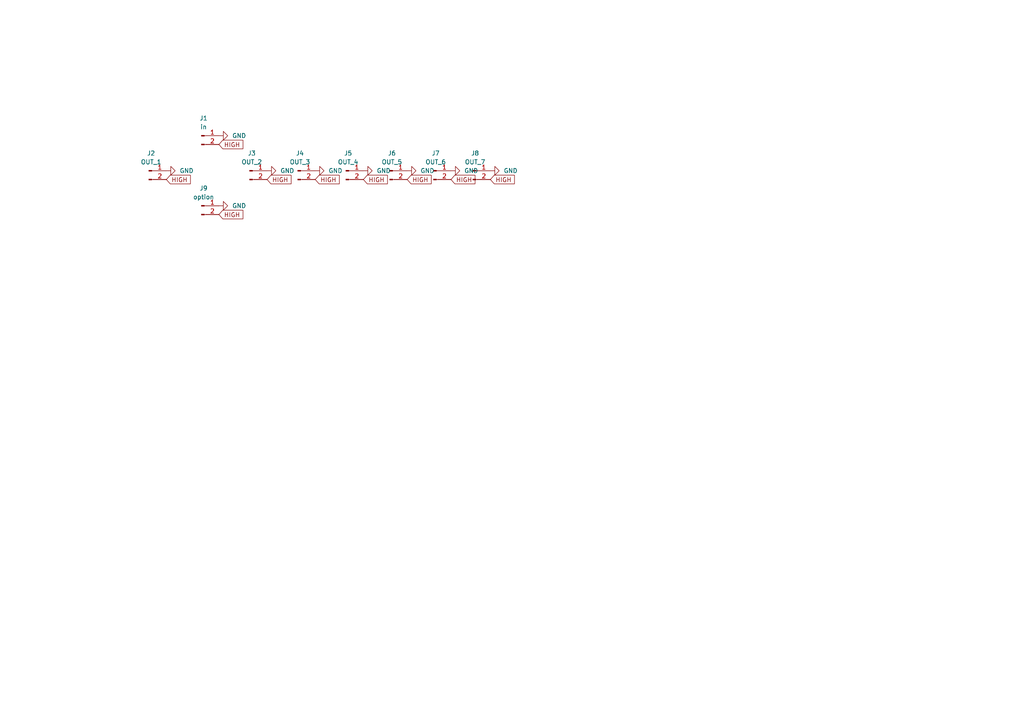
<source format=kicad_sch>
(kicad_sch (version 20231120) (generator "eeschema") (generator_version "8.0")
  (paper "A4")
  (lib_symbols
    (symbol "Connector:Conn_01x02_Pin" (pin_names (offset 1.016) hide)
      (property "Reference" "J" (at 0 2.54 0))
      (property "Value" "Conn_01x02_Pin" (at 0 -5.08 0))
      (symbol "Conn_01x02_Pin_1_1"
        (polyline (pts (xy 1.27 -2.54) (xy 0.8636 -2.54)) (stroke (width 0.1524)))
        (polyline (pts (xy 1.27 0) (xy 0.8636 0)) (stroke (width 0.1524)))
        (rectangle (start 0.8636 -2.413) (end 0 -2.667) (stroke (width 0.1524)) (fill (type outline)))
        (rectangle (start 0.8636 0.127) (end 0 -0.127) (stroke (width 0.1524)) (fill (type outline)))
        (pin passive line (at 5.08 0 180) (length 3.81) (name "Pin_1") (number "1"))
        (pin passive line (at 5.08 -2.54 180) (length 3.81) (name "Pin_2") (number "2"))
      )
    )
    (symbol "power:GND" (power) (pin_numbers hide) (pin_names (offset 0) hide)
      (property "Value" "GND" (at 0 -3.81 0))
      (symbol "GND_0_1"
        (polyline (pts (xy 0 0) (xy 0 -1.27) (xy 1.27 -1.27) (xy 0 -2.54) (xy -1.27 -1.27) (xy 0 -1.27)))
      )
      (symbol "GND_1_1"
        (pin power_in line (at 0 0 270) (length 0) (name "~") (number "1"))
      )
    )
  )
  (global_label "HIGH" (shape input) (at 48.26 52.07 0) (property "Intersheetrefs" "${INTERSHEET_REFS}" (effects (hide yes))))
  (global_label "HIGH" (shape input) (at 142.24 52.07 0) (property "Intersheetrefs" "${INTERSHEET_REFS}" (effects (hide yes))))
  (global_label "HIGH" (shape input) (at 77.47 52.07 0) (property "Intersheetrefs" "${INTERSHEET_REFS}" (effects (hide yes))))
  (global_label "HIGH" (shape input) (at 105.41 52.07 0) (property "Intersheetrefs" "${INTERSHEET_REFS}" (effects (hide yes))))
  (global_label "HIGH" (shape input) (at 91.44 52.07 0) (property "Intersheetrefs" "${INTERSHEET_REFS}" (effects (hide yes))))
  (global_label "HIGH" (shape input) (at 118.11 52.07 0) (property "Intersheetrefs" "${INTERSHEET_REFS}" (effects (hide yes))))
  (global_label "HIGH" (shape input) (at 63.5 62.23 0) (property "Intersheetrefs" "${INTERSHEET_REFS}" (effects (hide yes))))
  (global_label "HIGH" (shape input) (at 130.81 52.07 0) (property "Intersheetrefs" "${INTERSHEET_REFS}" (effects (hide yes))))
  (global_label "HIGH" (shape input) (at 63.5 41.91 0) (property "Intersheetrefs" "${INTERSHEET_REFS}" (effects (hide yes))))
  (symbol (lib_id "Connector:Conn_01x02_Pin") (at 58.42 39.37 0) (unit 1)
    (property "Reference" "J1" (at 59.055 34.29 0))
    (property "Value" "in" (at 59.055 36.83 0))
    (property "Footprint" "Connector_AMASS:AMASS_XT30PW-M_1x02_P2.50mm_Horizontal" (effects (hide yes)))
    (property "Description" "Generic connector, single row, 01x02, script generated" (effects (hide yes)))
  )
  (symbol (lib_id "Connector:Conn_01x02_Pin") (at 58.42 59.69 0) (unit 1)
    (property "Reference" "J9" (at 59.055 54.61 0))
    (property "Value" "option" (at 59.055 57.15 0))
    (property "Footprint" "Connector_AMASS:AMASS_XT30PW-M_1x02_P2.50mm_Horizontal" (effects (hide yes)))
    (property "Description" "Generic connector, single row, 01x02, script generated" (effects (hide yes)))
  )
  (symbol (lib_id "Connector:Conn_01x02_Pin") (at 137.16 49.53 0) (unit 1)
    (property "Reference" "J8" (at 137.795 44.45 0))
    (property "Value" "OUT_7" (at 137.795 46.99 0))
    (property "Footprint" "Connector_AMASS:AMASS_XT30PW-F_1x02_P2.50mm_Horizontal" (effects (hide yes)))
    (property "Description" "Generic connector, single row, 01x02, script generated" (effects (hide yes)))
  )
  (symbol (lib_id "Connector:Conn_01x02_Pin") (at 86.36 49.53 0) (unit 1)
    (property "Reference" "J4" (at 86.995 44.45 0))
    (property "Value" "OUT_3" (at 86.995 46.99 0))
    (property "Footprint" "Connector_AMASS:AMASS_XT30PW-F_1x02_P2.50mm_Horizontal" (effects (hide yes)))
    (property "Description" "Generic connector, single row, 01x02, script generated" (effects (hide yes)))
  )
  (symbol (lib_id "power:GND") (at 77.47 49.53 90) (unit 1)
    (property "Reference" "#PWR03" (effects (hide yes)))
    (property "Value" "GND" (at 81.28 49.5299 90) (effects (justify right)))
    (property "Description" "Power symbol creates a global label with name \"GND\" , ground" (effects (hide yes)))
  )
  (symbol (lib_id "power:GND") (at 130.81 49.53 90) (unit 1)
    (property "Reference" "#PWR07" (effects (hide yes)))
    (property "Value" "GND" (at 134.62 49.5299 90) (effects (justify right)))
    (property "Description" "Power symbol creates a global label with name \"GND\" , ground" (effects (hide yes)))
  )
  (symbol (lib_id "power:GND") (at 91.44 49.53 90) (unit 1)
    (property "Reference" "#PWR04" (effects (hide yes)))
    (property "Value" "GND" (at 95.25 49.5299 90) (effects (justify right)))
    (property "Description" "Power symbol creates a global label with name \"GND\" , ground" (effects (hide yes)))
  )
  (symbol (lib_id "Connector:Conn_01x02_Pin") (at 72.39 49.53 0) (unit 1)
    (property "Reference" "J3" (at 73.025 44.45 0))
    (property "Value" "OUT_2" (at 73.025 46.99 0))
    (property "Footprint" "Connector_AMASS:AMASS_XT30PW-F_1x02_P2.50mm_Horizontal" (effects (hide yes)))
    (property "Description" "Generic connector, single row, 01x02, script generated" (effects (hide yes)))
  )
  (symbol (lib_id "power:GND") (at 63.5 59.69 90) (unit 1)
    (property "Reference" "#PWR09" (effects (hide yes)))
    (property "Value" "GND" (at 67.31 59.6899 90) (effects (justify right)))
    (property "Description" "Power symbol creates a global label with name \"GND\" , ground" (effects (hide yes)))
  )
  (symbol (lib_id "power:GND") (at 118.11 49.53 90) (unit 1)
    (property "Reference" "#PWR06" (effects (hide yes)))
    (property "Value" "GND" (at 121.92 49.5299 90) (effects (justify right)))
    (property "Description" "Power symbol creates a global label with name \"GND\" , ground" (effects (hide yes)))
  )
  (symbol (lib_id "power:GND") (at 142.24 49.53 90) (unit 1)
    (property "Reference" "#PWR08" (effects (hide yes)))
    (property "Value" "GND" (at 146.05 49.5299 90) (effects (justify right)))
    (property "Description" "Power symbol creates a global label with name \"GND\" , ground" (effects (hide yes)))
  )
  (symbol (lib_id "Connector:Conn_01x02_Pin") (at 100.33 49.53 0) (unit 1)
    (property "Reference" "J5" (at 100.965 44.45 0))
    (property "Value" "OUT_4" (at 100.965 46.99 0))
    (property "Footprint" "Connector_AMASS:AMASS_XT30PW-F_1x02_P2.50mm_Horizontal" (effects (hide yes)))
    (property "Description" "Generic connector, single row, 01x02, script generated" (effects (hide yes)))
  )
  (symbol (lib_id "Connector:Conn_01x02_Pin") (at 125.73 49.53 0) (unit 1)
    (property "Reference" "J7" (at 126.365 44.45 0))
    (property "Value" "OUT_6" (at 126.365 46.99 0))
    (property "Footprint" "Connector_AMASS:AMASS_XT30PW-F_1x02_P2.50mm_Horizontal" (effects (hide yes)))
    (property "Description" "Generic connector, single row, 01x02, script generated" (effects (hide yes)))
  )
  (symbol (lib_id "Connector:Conn_01x02_Pin") (at 113.03 49.53 0) (unit 1)
    (property "Reference" "J6" (at 113.665 44.45 0))
    (property "Value" "OUT_5" (at 113.665 46.99 0))
    (property "Footprint" "Connector_AMASS:AMASS_XT30PW-F_1x02_P2.50mm_Horizontal" (effects (hide yes)))
    (property "Description" "Generic connector, single row, 01x02, script generated" (effects (hide yes)))
  )
  (symbol (lib_id "power:GND") (at 48.26 49.53 90) (unit 1)
    (property "Reference" "#PWR02" (effects (hide yes)))
    (property "Value" "GND" (at 52.07 49.5299 90) (effects (justify right)))
    (property "Description" "Power symbol creates a global label with name \"GND\" , ground" (effects (hide yes)))
  )
  (symbol (lib_id "Connector:Conn_01x02_Pin") (at 43.18 49.53 0) (unit 1)
    (property "Reference" "J2" (at 43.815 44.45 0))
    (property "Value" "OUT_1" (at 43.815 46.99 0))
    (property "Footprint" "Connector_AMASS:AMASS_XT30PW-F_1x02_P2.50mm_Horizontal" (effects (hide yes)))
    (property "Description" "Generic connector, single row, 01x02, script generated" (effects (hide yes)))
  )
  (symbol (lib_id "power:GND") (at 63.5 39.37 90) (unit 1)
    (property "Reference" "#PWR01" (effects (hide yes)))
    (property "Value" "GND" (at 67.31 39.3699 90) (effects (justify right)))
    (property "Description" "Power symbol creates a global label with name \"GND\" , ground" (effects (hide yes)))
  )
  (symbol (lib_id "power:GND") (at 105.41 49.53 90) (unit 1)
    (property "Reference" "#PWR05" (effects (hide yes)))
    (property "Value" "GND" (at 109.22 49.5299 90) (effects (justify right)))
    (property "Description" "Power symbol creates a global label with name \"GND\" , ground" (effects (hide yes)))
  )
)
</source>
